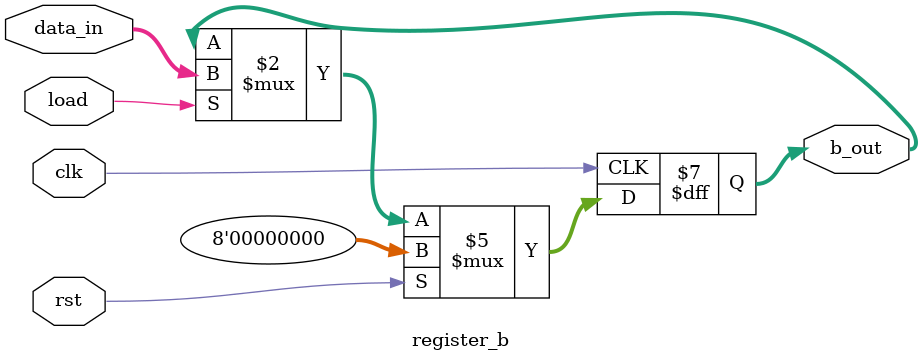
<source format=v>
`timescale 1ns / 1ps

module register_b (
    input  wire clk,
    input  wire rst,
    input  wire load,
    input  wire [7:0] data_in,
    output reg [7:0] b_out
);

    always @(posedge clk) begin
        if (rst)
            b_out <= 8'b0;
        else if (load)
            b_out <= data_in;
    end

endmodule
</source>
